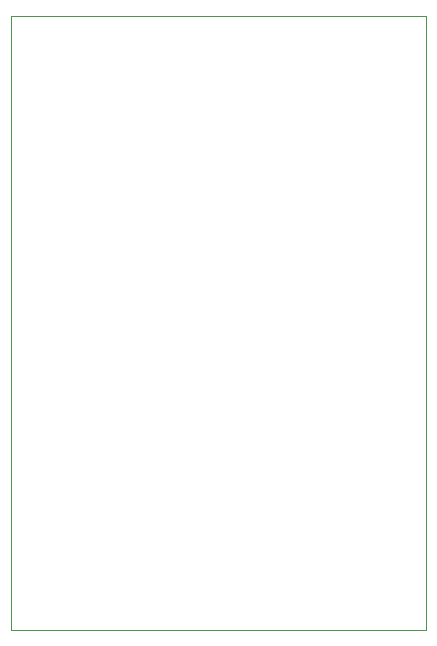
<source format=gm1>
G04 #@! TF.GenerationSoftware,KiCad,Pcbnew,(6.0.9)*
G04 #@! TF.CreationDate,2022-12-23T15:52:53-08:00*
G04 #@! TF.ProjectId,pdm_mic_brd,70646d5f-6d69-4635-9f62-72642e6b6963,rev?*
G04 #@! TF.SameCoordinates,Original*
G04 #@! TF.FileFunction,Profile,NP*
%FSLAX46Y46*%
G04 Gerber Fmt 4.6, Leading zero omitted, Abs format (unit mm)*
G04 Created by KiCad (PCBNEW (6.0.9)) date 2022-12-23 15:52:53*
%MOMM*%
%LPD*%
G01*
G04 APERTURE LIST*
G04 #@! TA.AperFunction,Profile*
%ADD10C,0.100000*%
G04 #@! TD*
G04 APERTURE END LIST*
D10*
X105780500Y-31786000D02*
X140933500Y-31786000D01*
X140933500Y-31786000D02*
X140933500Y-83786000D01*
X140933500Y-83786000D02*
X105780500Y-83786000D01*
X105780500Y-83786000D02*
X105780500Y-31786000D01*
M02*

</source>
